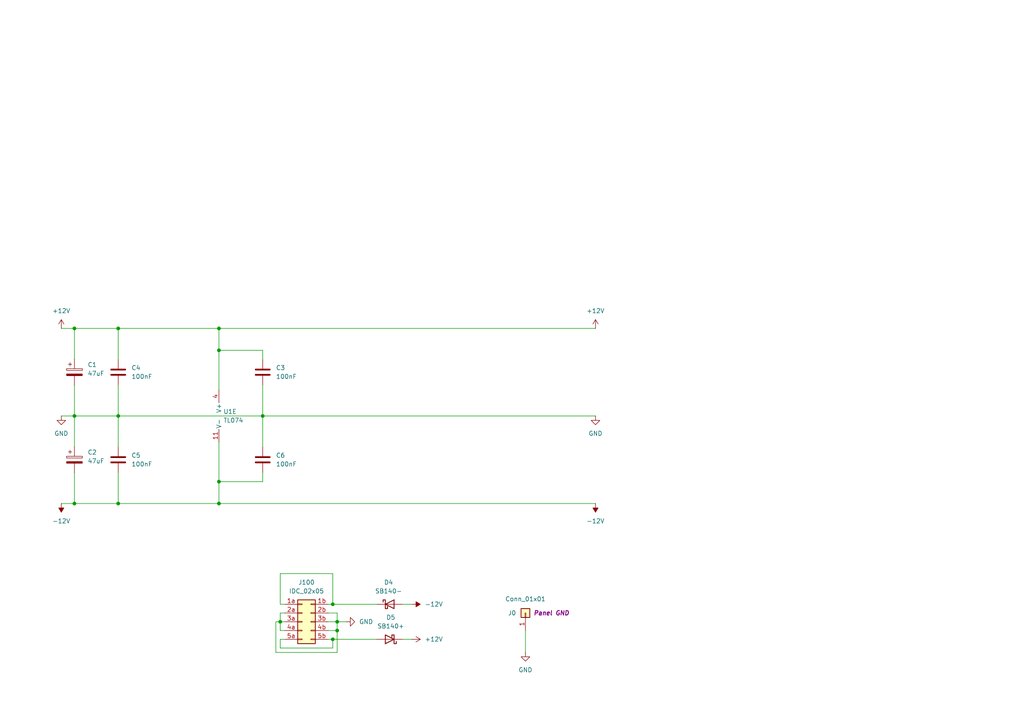
<source format=kicad_sch>
(kicad_sch (version 20231120) (generator "eeschema") (generator_version "8.0")
  (paper "A4")
  (title_block (title "Power Distribution") (company "DMH Instruments") (comment 1 "PCB for 5 cm Kosmo format synthesizer module"))
  (lib_symbols
    (symbol "Amplifier_Operational:TL074" (pin_names (offset 0.127))
      (property "Reference" "U" (at 0 5.08 0))
      (property "Value" "TL074" (at 0 -5.08 0))
      (symbol "TL074_1_1"
        (polyline (pts (xy -5.08 5.08) (xy 5.08 0) (xy -5.08 -5.08) (xy -5.08 5.08)) (stroke (width 0.254)) (fill (type background)))
        (pin output line (at 7.62 0 180) (length 2.54) (name "~") (number "1"))
        (pin input line (at -7.62 -2.54 0) (length 2.54) (name "-") (number "2"))
        (pin input line (at -7.62 2.54 0) (length 2.54) (name "+") (number "3"))
      )
      (symbol "TL074_2_1"
        (polyline (pts (xy -5.08 5.08) (xy 5.08 0) (xy -5.08 -5.08) (xy -5.08 5.08)) (stroke (width 0.254)) (fill (type background)))
        (pin input line (at -7.62 2.54 0) (length 2.54) (name "+") (number "5"))
        (pin input line (at -7.62 -2.54 0) (length 2.54) (name "-") (number "6"))
        (pin output line (at 7.62 0 180) (length 2.54) (name "~") (number "7"))
      )
      (symbol "TL074_3_1"
        (polyline (pts (xy -5.08 5.08) (xy 5.08 0) (xy -5.08 -5.08) (xy -5.08 5.08)) (stroke (width 0.254)) (fill (type background)))
        (pin input line (at -7.62 2.54 0) (length 2.54) (name "+") (number "10"))
        (pin output line (at 7.62 0 180) (length 2.54) (name "~") (number "8"))
        (pin input line (at -7.62 -2.54 0) (length 2.54) (name "-") (number "9"))
      )
      (symbol "TL074_4_1"
        (polyline (pts (xy -5.08 5.08) (xy 5.08 0) (xy -5.08 -5.08) (xy -5.08 5.08)) (stroke (width 0.254)) (fill (type background)))
        (pin input line (at -7.62 2.54 0) (length 2.54) (name "+") (number "12"))
        (pin input line (at -7.62 -2.54 0) (length 2.54) (name "-") (number "13"))
        (pin output line (at 7.62 0 180) (length 2.54) (name "~") (number "14"))
      )
      (symbol "TL074_5_1"
        (pin power_in line (at -2.54 -7.62 90) (length 3.81) (name "V-") (number "11"))
        (pin power_in line (at -2.54 7.62 270) (length 3.81) (name "V+") (number "4"))
      )
    )
    (symbol "Connector_Generic:Conn_01x01" (pin_names (offset 1.016) hide)
      (property "Reference" "J" (at 0 2.54 0))
      (property "Value" "Conn_01x01" (at 0 -2.54 0))
      (symbol "Conn_01x01_1_1"
        (rectangle (start -1.27 0.127) (end 0 -0.127) (stroke (width 0.1524)))
        (rectangle (start -1.27 1.27) (end 1.27 -1.27) (stroke (width 0.254)) (fill (type background)))
        (pin passive line (at -5.08 0 0) (length 3.81) (name "Pin_1") (number "1"))
      )
    )
    (symbol "Device:C" (pin_numbers hide) (pin_names (offset 0.254))
      (property "Reference" "C" (at 0.635 2.54 0))
      (property "Value" "C" (at 0.635 -2.54 0))
      (symbol "C_0_1"
        (polyline (pts (xy -2.032 -0.762) (xy 2.032 -0.762)) (stroke (width 0.508)))
        (polyline (pts (xy -2.032 0.762) (xy 2.032 0.762)) (stroke (width 0.508)))
      )
      (symbol "C_1_1"
        (pin passive line (at 0 3.81 270) (length 2.794) (name "~") (number "1"))
        (pin passive line (at 0 -3.81 90) (length 2.794) (name "~") (number "2"))
      )
    )
    (symbol "Device:C_Polarized" (pin_numbers hide) (pin_names (offset 0.254))
      (property "Reference" "C" (at 0.635 2.54 0))
      (property "Value" "C_Polarized" (at 0.635 -2.54 0))
      (symbol "C_Polarized_0_1"
        (rectangle (start -2.286 0.508) (end 2.286 1.016))
        (polyline (pts (xy -1.778 2.286) (xy -0.762 2.286)))
        (polyline (pts (xy -1.27 2.794) (xy -1.27 1.778)))
        (rectangle (start 2.286 -0.508) (end -2.286 -1.016) (fill (type outline)))
      )
      (symbol "C_Polarized_1_1"
        (pin passive line (at 0 3.81 270) (length 2.794) (name "~") (number "1"))
        (pin passive line (at 0 -3.81 90) (length 2.794) (name "~") (number "2"))
      )
    )
    (symbol "SynthStuff:Eurorack_Power_Connector_10Pin" (pin_names (offset 1.016) hide)
      (property "Reference" "J" (at 0 -10.922 0))
      (property "Value" "IDC_02x05" (at 0 -8.382 0))
      (symbol "Eurorack_Power_Connector_10Pin_1_1"
        (rectangle (start -2.54 -4.953) (end -1.27 -5.207) (stroke (width 0.1524)))
        (rectangle (start -2.54 -2.413) (end -1.27 -2.667) (stroke (width 0.1524)))
        (rectangle (start -2.54 0.127) (end -1.27 -0.127) (stroke (width 0.1524)))
        (rectangle (start -2.54 2.667) (end -1.27 2.413) (stroke (width 0.1524)))
        (rectangle (start -2.54 5.207) (end -1.27 4.953) (stroke (width 0.1524)))
        (rectangle (start -2.54 6.35) (end 2.54 -6.35) (stroke (width 0.254)) (fill (type background)))
        (rectangle (start 2.54 -4.953) (end 1.27 -5.207) (stroke (width 0.1524)))
        (rectangle (start 2.54 -2.413) (end 1.27 -2.667) (stroke (width 0.1524)))
        (rectangle (start 2.54 0.127) (end 1.27 -0.127) (stroke (width 0.1524)))
        (rectangle (start 2.54 2.667) (end 1.27 2.413) (stroke (width 0.1524)))
        (rectangle (start 2.54 5.207) (end 1.27 4.953) (stroke (width 0.1524)))
        (pin power_out line (at -6.35 5.08 0) (length 3.81) (name "Pin_1a") (number "1a"))
        (pin passive line (at 6.35 5.08 180) (length 3.81) (name "Pin_1b") (number "1b"))
        (pin power_out line (at -6.35 2.54 0) (length 3.81) (name "Pin_2a") (number "2a"))
        (pin passive line (at 6.35 2.54 180) (length 3.81) (name "Pin_2b") (number "2b"))
        (pin passive line (at -6.35 0 0) (length 3.81) (name "Pin_3a") (number "3a"))
        (pin passive line (at 6.35 0 180) (length 3.81) (name "Pin_3b") (number "3b"))
        (pin passive line (at -6.35 -2.54 0) (length 3.81) (name "Pin_4a") (number "4a"))
        (pin passive line (at 6.35 -2.54 180) (length 3.81) (name "Pin_4b") (number "4b"))
        (pin power_out line (at -6.35 -5.08 0) (length 3.81) (name "Pin_5a") (number "5a"))
        (pin passive line (at 6.35 -5.08 180) (length 3.81) (name "Pin_5b") (number "5b"))
      )
    )
    (symbol "SynthStuff:Power_Bus_Schotty_+" (pin_numbers hide) (pin_names (offset 1.016) hide)
      (property "Reference" "D" (at 0 2.54 0))
      (property "Value" "SB140+" (at 0 -2.54 0))
      (symbol "Power_Bus_Schotty_+_0_1"
        (polyline (pts (xy 1.27 0) (xy -1.27 0)))
        (polyline (pts (xy 1.27 1.27) (xy 1.27 -1.27) (xy -1.27 0) (xy 1.27 1.27)) (stroke (width 0.254)))
        (polyline (pts (xy -1.905 0.635) (xy -1.905 1.27) (xy -1.27 1.27) (xy -1.27 -1.27) (xy -0.635 -1.27) (xy -0.635 -0.635)) (stroke (width 0.254)))
      )
      (symbol "Power_Bus_Schotty_+_1_1"
        (pin power_out line (at -3.81 0 0) (length 2.54) (name "K") (number "1"))
        (pin power_in line (at 3.81 0 180) (length 2.54) (name "A") (number "2"))
      )
    )
    (symbol "SynthStuff:Power_Bus_Schotty_-" (pin_numbers hide) (pin_names (offset 1.016) hide)
      (property "Reference" "D" (at 0 2.54 0))
      (property "Value" "SB140-" (at 0 -2.54 0))
      (symbol "Power_Bus_Schotty_-_0_1"
        (polyline (pts (xy 1.27 0) (xy -1.27 0)))
        (polyline (pts (xy 1.27 1.27) (xy 1.27 -1.27) (xy -1.27 0) (xy 1.27 1.27)) (stroke (width 0.254)))
        (polyline (pts (xy -1.905 0.635) (xy -1.905 1.27) (xy -1.27 1.27) (xy -1.27 -1.27) (xy -0.635 -1.27) (xy -0.635 -0.635)) (stroke (width 0.254)))
      )
      (symbol "Power_Bus_Schotty_-_1_1"
        (pin power_in line (at -3.81 0 0) (length 2.54) (name "K") (number "1"))
        (pin power_out line (at 3.81 0 180) (length 2.54) (name "A") (number "2"))
      )
    )
    (symbol "power:+12V" (power) (pin_numbers hide) (pin_names (offset 0) hide)
      (property "Value" "+12V" (at 0 3.556 0))
      (symbol "+12V_0_1"
        (polyline (pts (xy -0.762 1.27) (xy 0 2.54)))
        (polyline (pts (xy 0 0) (xy 0 2.54)))
        (polyline (pts (xy 0 2.54) (xy 0.762 1.27)))
      )
      (symbol "+12V_1_1"
        (pin power_in line (at 0 0 90) (length 0) (name "~") (number "1"))
      )
    )
    (symbol "power:-12V" (power) (pin_numbers hide) (pin_names (offset 0) hide)
      (property "Value" "-12V" (at 0 3.556 0))
      (symbol "-12V_0_0"
        (pin power_in line (at 0 0 90) (length 0) (name "~") (number "1"))
      )
      (symbol "-12V_0_1"
        (polyline (pts (xy 0 0) (xy 0 1.27) (xy 0.762 1.27) (xy 0 2.54) (xy -0.762 1.27) (xy 0 1.27)) (fill (type outline)))
      )
    )
    (symbol "power:GND" (power) (pin_numbers hide) (pin_names (offset 0) hide)
      (property "Value" "GND" (at 0 -3.81 0))
      (symbol "GND_0_1"
        (polyline (pts (xy 0 0) (xy 0 -1.27) (xy 1.27 -1.27) (xy 0 -2.54) (xy -1.27 -1.27) (xy 0 -1.27)))
      )
      (symbol "GND_1_1"
        (pin power_in line (at 0 0 270) (length 0) (name "~") (number "1"))
      )
    )
  )
  (junction (at 81.28 180.34))
  (junction (at 63.5 95.25))
  (junction (at 97.79 180.34))
  (junction (at 34.29 146.05))
  (junction (at 21.59 95.25))
  (junction (at 34.29 95.25))
  (junction (at 76.2 120.65))
  (junction (at 63.5 139.7))
  (junction (at 96.52 175.26))
  (junction (at 97.79 182.88))
  (junction (at 21.59 146.05))
  (junction (at 96.52 185.42))
  (junction (at 63.5 146.05))
  (junction (at 21.59 120.65))
  (junction (at 34.29 120.65))
  (junction (at 63.5 101.6))
  (wire (pts (xy 96.52 175.26) (xy 109.22 175.26)))
  (wire (pts (xy 81.28 166.37) (xy 96.52 166.37)))
  (wire (pts (xy 63.5 95.25) (xy 63.5 101.6)))
  (wire (pts (xy 81.28 180.34) (xy 80.01 180.34)))
  (wire (pts (xy 63.5 101.6) (xy 76.2 101.6)))
  (wire (pts (xy 95.25 185.42) (xy 96.52 185.42)))
  (wire (pts (xy 17.78 120.65) (xy 21.59 120.65)))
  (wire (pts (xy 76.2 104.14) (xy 76.2 101.6)))
  (wire (pts (xy 21.59 120.65) (xy 34.29 120.65)))
  (wire (pts (xy 81.28 177.8) (xy 82.55 177.8)))
  (wire (pts (xy 21.59 146.05) (xy 34.29 146.05)))
  (wire (pts (xy 95.25 180.34) (xy 97.79 180.34)))
  (wire (pts (xy 97.79 189.23) (xy 97.79 182.88)))
  (wire (pts (xy 116.84 185.42) (xy 119.38 185.42)))
  (wire (pts (xy 82.55 182.88) (xy 81.28 182.88)))
  (wire (pts (xy 81.28 175.26) (xy 81.28 166.37)))
  (wire (pts (xy 21.59 95.25) (xy 21.59 104.14)))
  (wire (pts (xy 76.2 120.65) (xy 76.2 129.54)))
  (wire (pts (xy 34.29 95.25) (xy 63.5 95.25)))
  (wire (pts (xy 96.52 166.37) (xy 96.52 175.26)))
  (wire (pts (xy 17.78 95.25) (xy 21.59 95.25)))
  (wire (pts (xy 152.4 182.88) (xy 152.4 189.23)))
  (wire (pts (xy 81.28 182.88) (xy 81.28 180.34)))
  (wire (pts (xy 63.5 139.7) (xy 63.5 146.05)))
  (wire (pts (xy 21.59 95.25) (xy 34.29 95.25)))
  (wire (pts (xy 63.5 95.25) (xy 172.72 95.25)))
  (wire (pts (xy 34.29 95.25) (xy 34.29 104.14)))
  (wire (pts (xy 82.55 175.26) (xy 81.28 175.26)))
  (wire (pts (xy 97.79 177.8) (xy 97.79 180.34)))
  (wire (pts (xy 21.59 111.76) (xy 21.59 120.65)))
  (wire (pts (xy 82.55 185.42) (xy 81.28 185.42)))
  (wire (pts (xy 116.84 175.26) (xy 119.38 175.26)))
  (wire (pts (xy 21.59 120.65) (xy 21.59 129.54)))
  (wire (pts (xy 81.28 185.42) (xy 81.28 187.96)))
  (wire (pts (xy 95.25 182.88) (xy 97.79 182.88)))
  (wire (pts (xy 95.25 177.8) (xy 97.79 177.8)))
  (wire (pts (xy 76.2 120.65) (xy 172.72 120.65)))
  (wire (pts (xy 34.29 120.65) (xy 76.2 120.65)))
  (wire (pts (xy 81.28 180.34) (xy 82.55 180.34)))
  (wire (pts (xy 34.29 137.16) (xy 34.29 146.05)))
  (wire (pts (xy 81.28 187.96) (xy 96.52 187.96)))
  (wire (pts (xy 97.79 180.34) (xy 100.33 180.34)))
  (wire (pts (xy 63.5 101.6) (xy 63.5 113.03)))
  (wire (pts (xy 34.29 111.76) (xy 34.29 120.65)))
  (wire (pts (xy 80.01 189.23) (xy 97.79 189.23)))
  (wire (pts (xy 76.2 137.16) (xy 76.2 139.7)))
  (wire (pts (xy 80.01 180.34) (xy 80.01 189.23)))
  (wire (pts (xy 21.59 137.16) (xy 21.59 146.05)))
  (wire (pts (xy 96.52 187.96) (xy 96.52 185.42)))
  (wire (pts (xy 97.79 182.88) (xy 97.79 180.34)))
  (wire (pts (xy 63.5 139.7) (xy 76.2 139.7)))
  (wire (pts (xy 63.5 146.05) (xy 172.72 146.05)))
  (wire (pts (xy 17.78 146.05) (xy 21.59 146.05)))
  (wire (pts (xy 81.28 180.34) (xy 81.28 177.8)))
  (wire (pts (xy 95.25 175.26) (xy 96.52 175.26)))
  (wire (pts (xy 76.2 111.76) (xy 76.2 120.65)))
  (wire (pts (xy 96.52 185.42) (xy 109.22 185.42)))
  (wire (pts (xy 63.5 128.27) (xy 63.5 139.7)))
  (wire (pts (xy 34.29 120.65) (xy 34.29 129.54)))
  (wire (pts (xy 34.29 146.05) (xy 63.5 146.05)))
  (symbol (lib_id "Device:C") (at 34.29 107.95 0) (unit 1) (on_board no)
    (property "Reference" "C4" (at 38.1 106.6799 0) (effects (justify left)))
    (property "Value" "100nF" (at 38.1 109.2199 0) (effects (justify left)))
    (property "Footprint" "Capacitor_THT:C_Disc_D4.3mm_W1.9mm_P5.00mm" (effects (hide yes)))
    (property "Description" "Unpolarized capacitor" (effects (hide yes)))
  )
  (symbol (lib_id "Device:C_Polarized") (at 21.59 133.35 0) (unit 1) (on_board no)
    (property "Reference" "C2" (at 25.4 131.1909 0) (effects (justify left)))
    (property "Value" "47uF" (at 25.4 133.7309 0) (effects (justify left)))
    (property "Footprint" "Capacitor_THT:CP_Radial_D5.0mm_P2.00mm" (effects (hide yes)))
    (property "Description" "Polarized capacitor" (effects (hide yes)))
  )
  (symbol (lib_id "Device:C") (at 76.2 107.95 0) (unit 1) (on_board no)
    (property "Reference" "C3" (at 80.01 106.6799 0) (effects (justify left)))
    (property "Value" "100nF" (at 80.01 109.2199 0) (effects (justify left)))
    (property "Footprint" "Capacitor_THT:C_Disc_D4.3mm_W1.9mm_P5.00mm" (effects (hide yes)))
    (property "Description" "Unpolarized capacitor" (effects (hide yes)))
  )
  (symbol (lib_id "Connector_Generic:Conn_01x01") (at 152.4 177.8 90) (unit 1) (on_board no)
    (property "Reference" "J0" (at 147.32 177.8 90) (effects (justify right)))
    (property "Value" "Conn_01x01" (at 152.4 173.736 90))
    (property "Footprint" "Connector_PinHeader_2.54mm:PinHeader_1x01_P2.54mm_Vertical" (effects (hide yes)))
    (property "Description" "Generic connector, single row, 01x01, script generated (kicad-library-utils/schlib/autogen/connector/)" (effects (hide yes)))
    (property "Function" "Panel GND" (at 160.02 177.8 90) (effects (font (thickness 0.254) (bold yes) (italic yes))))
  )
  (symbol (lib_id "power:+12V") (at 17.78 95.25 0) (unit 1) (on_board no)
    (property "Reference" "#PWR013" (effects (hide yes)))
    (property "Value" "+12V" (at 17.78 90.17 0))
    (property "Description" "Power symbol creates a global label with name \"+12V\"" (effects (hide yes)))
  )
  (symbol (lib_id "power:-12V") (at 119.38 175.26 270) (unit 1) (on_board no)
    (property "Reference" "#PWR05" (effects (hide yes)))
    (property "Value" "-12V" (at 123.19 175.2599 90) (effects (justify left)))
    (property "Description" "Power symbol creates a global label with name \"-12V\"" (effects (hide yes)))
  )
  (symbol (lib_id "power:-12V") (at 17.78 146.05 180) (unit 1) (on_board no)
    (property "Reference" "#PWR017" (effects (hide yes)))
    (property "Value" "-12V" (at 17.78 151.13 0))
    (property "Description" "Power symbol creates a global label with name \"-12V\"" (effects (hide yes)))
  )
  (symbol (lib_id "SynthStuff:Eurorack_Power_Connector_10Pin") (at 88.9 180.34 0) (unit 1) (on_board no)
    (property "Reference" "J100" (at 88.9 168.91 0))
    (property "Value" "IDC_02x05" (at 88.9 171.45 0))
    (property "Footprint" "SynthStuff:IDC-Header_2x05_P2.54mm_Vertical_Eurorack" (effects (hide yes)))
    (property "Description" "IDC jack, 2x5 pins, row a carries same signals as row b." (effects (hide yes)))
  )
  (symbol (lib_id "power:GND") (at 152.4 189.23 0) (unit 1) (on_board no)
    (property "Reference" "#PWR08" (effects (hide yes)))
    (property "Value" "GND" (at 152.4 194.31 0))
    (property "Description" "Power symbol creates a global label with name \"GND\" , ground" (effects (hide yes)))
  )
  (symbol (lib_id "Device:C") (at 34.29 133.35 0) (unit 1) (on_board no)
    (property "Reference" "C5" (at 38.1 132.0799 0) (effects (justify left)))
    (property "Value" "100nF" (at 38.1 134.6199 0) (effects (justify left)))
    (property "Footprint" "Capacitor_THT:C_Disc_D4.3mm_W1.9mm_P5.00mm" (effects (hide yes)))
    (property "Description" "Unpolarized capacitor" (effects (hide yes)))
  )
  (symbol (lib_id "Device:C") (at 76.2 133.35 0) (unit 1) (on_board no)
    (property "Reference" "C6" (at 80.01 132.0799 0) (effects (justify left)))
    (property "Value" "100nF" (at 80.01 134.6199 0) (effects (justify left)))
    (property "Footprint" "Capacitor_THT:C_Disc_D4.3mm_W1.9mm_P5.00mm" (effects (hide yes)))
    (property "Description" "Unpolarized capacitor" (effects (hide yes)))
  )
  (symbol (lib_id "power:GND") (at 17.78 120.65 0) (unit 1) (on_board no)
    (property "Reference" "#PWR015" (effects (hide yes)))
    (property "Value" "GND" (at 17.78 125.73 0))
    (property "Description" "Power symbol creates a global label with name \"GND\" , ground" (effects (hide yes)))
  )
  (symbol (lib_id "Amplifier_Operational:TL074") (at 66.04 120.65 0) (unit 5) (on_board no)
    (property "Reference" "U1" (at 64.77 119.3799 0) (effects (justify left)))
    (property "Value" "TL074" (at 64.77 121.9199 0) (effects (justify left)))
    (property "Footprint" "Package_DIP:DIP-14_W7.62mm_Socket" (effects (hide yes)))
    (property "Datasheet" "http://www.ti.com/lit/ds/symlink/tl071.pdf" (effects (hide yes)))
    (property "Description" "Quad Low-Noise JFET-Input Operational Amplifiers, DIP-14/SOIC-14" (effects (hide yes)))
  )
  (symbol (lib_id "power:+12V") (at 172.72 95.25 0) (unit 1) (on_board no)
    (property "Reference" "#PWR014" (effects (hide yes)))
    (property "Value" "+12V" (at 172.72 90.17 0))
    (property "Description" "Power symbol creates a global label with name \"+12V\"" (effects (hide yes)))
  )
  (symbol (lib_id "power:GND") (at 172.72 120.65 0) (unit 1) (on_board no)
    (property "Reference" "#PWR016" (effects (hide yes)))
    (property "Value" "GND" (at 172.72 125.73 0))
    (property "Description" "Power symbol creates a global label with name \"GND\" , ground" (effects (hide yes)))
  )
  (symbol (lib_id "SynthStuff:Power_Bus_Schotty_+") (at 113.03 185.42 180) (unit 1) (on_board no)
    (property "Reference" "D5" (at 113.3475 179.07 0))
    (property "Value" "SB140+" (at 113.3475 181.61 0))
    (property "Footprint" "Diode_THT:D_DO-41_SOD81_P10.16mm_Horizontal" (effects (hide yes)))
    (property "Datasheet" "http://www.diodes.com/_files/datasheets/ds23022.pdf" (effects (hide yes)))
    (property "Description" "40V 1A Schottky Barrier Rectifier Diode, DO-41" (effects (hide yes)))
  )
  (symbol (lib_id "power:+12V") (at 119.38 185.42 270) (unit 1) (on_board no)
    (property "Reference" "#PWR06" (effects (hide yes)))
    (property "Value" "+12V" (at 123.19 185.4199 90) (effects (justify left)))
    (property "Description" "Power symbol creates a global label with name \"+12V\"" (effects (hide yes)))
  )
  (symbol (lib_id "Device:C_Polarized") (at 21.59 107.95 0) (unit 1) (on_board no)
    (property "Reference" "C1" (at 25.4 105.7909 0) (effects (justify left)))
    (property "Value" "47uF" (at 25.4 108.3309 0) (effects (justify left)))
    (property "Footprint" "Capacitor_THT:CP_Radial_D5.0mm_P2.00mm" (effects (hide yes)))
    (property "Description" "Polarized capacitor" (effects (hide yes)))
  )
  (symbol (lib_id "power:-12V") (at 172.72 146.05 180) (unit 1) (on_board no)
    (property "Reference" "#PWR018" (effects (hide yes)))
    (property "Value" "-12V" (at 172.72 151.13 0))
    (property "Description" "Power symbol creates a global label with name \"-12V\"" (effects (hide yes)))
  )
  (symbol (lib_id "SynthStuff:Power_Bus_Schotty_-") (at 113.03 175.26 0) (unit 1) (on_board no)
    (property "Reference" "D4" (at 112.7125 168.91 0))
    (property "Value" "SB140-" (at 112.7125 171.45 0))
    (property "Footprint" "Diode_THT:D_DO-41_SOD81_P10.16mm_Horizontal" (effects (hide yes)))
    (property "Datasheet" "http://www.diodes.com/_files/datasheets/ds23022.pdf" (effects (hide yes)))
    (property "Description" "40V 1A Schottky Barrier Rectifier Diode, DO-41" (effects (hide yes)))
  )
  (symbol (lib_id "power:GND") (at 100.33 180.34 90) (unit 1) (on_board no)
    (property "Reference" "#PWR07" (effects (hide yes)))
    (property "Value" "GND" (at 104.14 180.3399 90) (effects (justify right)))
    (property "Description" "Power symbol creates a global label with name \"GND\" , ground" (effects (hide yes)))
  )
)
</source>
